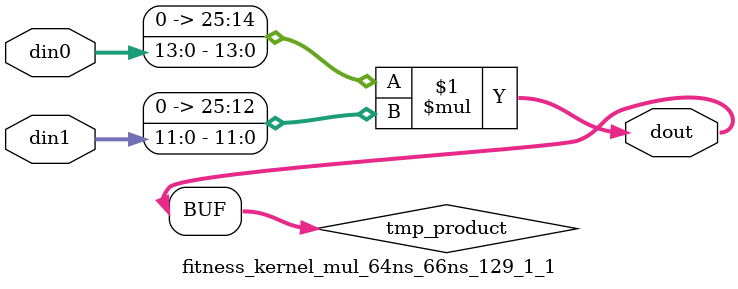
<source format=v>

`timescale 1 ns / 1 ps

 module fitness_kernel_mul_64ns_66ns_129_1_1(din0, din1, dout);
parameter ID = 1;
parameter NUM_STAGE = 0;
parameter din0_WIDTH = 14;
parameter din1_WIDTH = 12;
parameter dout_WIDTH = 26;

input [din0_WIDTH - 1 : 0] din0; 
input [din1_WIDTH - 1 : 0] din1; 
output [dout_WIDTH - 1 : 0] dout;

wire signed [dout_WIDTH - 1 : 0] tmp_product;
























assign tmp_product = $signed({1'b0, din0}) * $signed({1'b0, din1});











assign dout = tmp_product;





















endmodule

</source>
